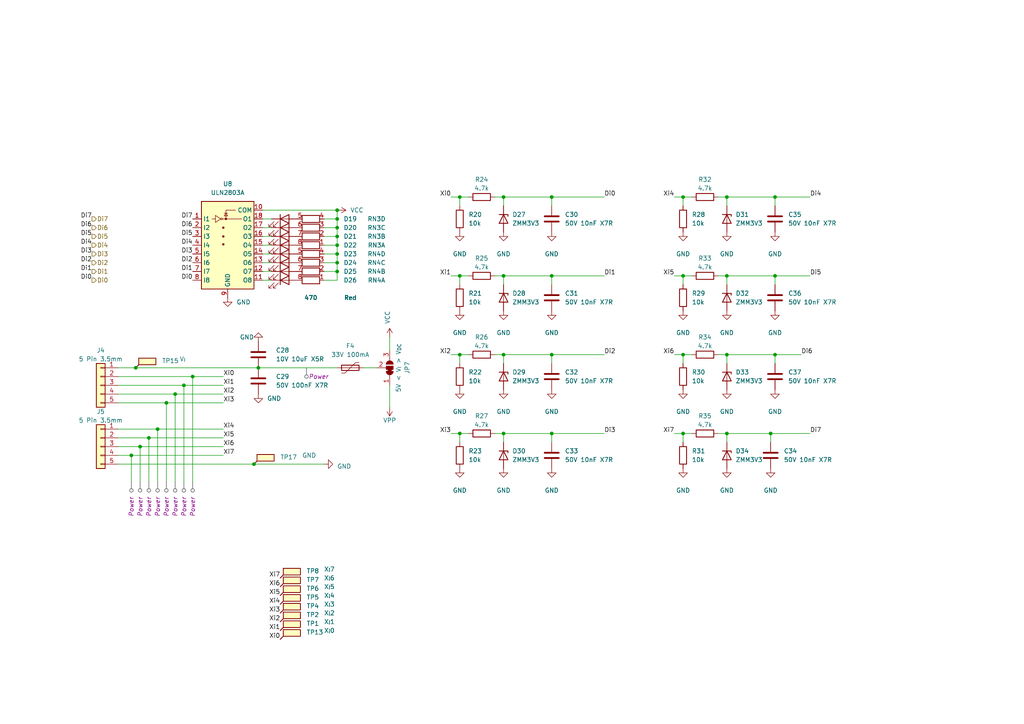
<source format=kicad_sch>
(kicad_sch (version 20230121) (generator eeschema)
  (paper "A4")
  (lib_symbols
    (symbol "Connector:TestPoint_Flag" (pin_numbers hide) (pin_names (offset 0.762) hide)
      (property "Reference" "TP" (at 3.429 1.778 0))
      (property "Value" "TestPoint_Flag" (at 3.302 4.191 0))
      (symbol "TestPoint_Flag_0_1"
        (polyline (pts (xy 0 0) (xy 0.889 0.889)) (stroke (width 0.254)))
        (rectangle (start 0.889 2.794) (end 5.842 0.889) (stroke (width 0.254)) (fill (type background)))
      )
      (symbol "TestPoint_Flag_1_1"
        (pin passive line (at 0 0 90) (length 0) (name "1") (number "1"))
      )
    )
    (symbol "Connector_Generic:Conn_01x05" (pin_names (offset 1.016) hide)
      (property "Reference" "J" (at 0 7.62 0))
      (property "Value" "Conn_01x05" (at 0 -7.62 0))
      (symbol "Conn_01x05_1_1"
        (rectangle (start -1.27 -4.953) (end 0 -5.207) (stroke (width 0.1524)))
        (rectangle (start -1.27 -2.413) (end 0 -2.667) (stroke (width 0.1524)))
        (rectangle (start -1.27 0.127) (end 0 -0.127) (stroke (width 0.1524)))
        (rectangle (start -1.27 2.667) (end 0 2.413) (stroke (width 0.1524)))
        (rectangle (start -1.27 5.207) (end 0 4.953) (stroke (width 0.1524)))
        (rectangle (start -1.27 6.35) (end 1.27 -6.35) (stroke (width 0.254)) (fill (type background)))
        (pin passive line (at -5.08 5.08 0) (length 3.81) (name "Pin_1") (number "1"))
        (pin passive line (at -5.08 2.54 0) (length 3.81) (name "Pin_2") (number "2"))
        (pin passive line (at -5.08 0 0) (length 3.81) (name "Pin_3") (number "3"))
        (pin passive line (at -5.08 -2.54 0) (length 3.81) (name "Pin_4") (number "4"))
        (pin passive line (at -5.08 -5.08 0) (length 3.81) (name "Pin_5") (number "5"))
      )
    )
    (symbol "Device:C" (pin_numbers hide) (pin_names (offset 0.254))
      (property "Reference" "C" (at 0.635 2.54 0))
      (property "Value" "C" (at 0.635 -2.54 0))
      (symbol "C_0_1"
        (polyline (pts (xy -2.032 -0.762) (xy 2.032 -0.762)) (stroke (width 0.508)))
        (polyline (pts (xy -2.032 0.762) (xy 2.032 0.762)) (stroke (width 0.508)))
      )
      (symbol "C_1_1"
        (pin passive line (at 0 3.81 270) (length 2.794) (name "~") (number "1"))
        (pin passive line (at 0 -3.81 90) (length 2.794) (name "~") (number "2"))
      )
    )
    (symbol "Device:LED" (pin_numbers hide) (pin_names (offset 1.016) hide)
      (property "Reference" "D" (at 0 2.54 0))
      (property "Value" "LED" (at 0 -2.54 0))
      (symbol "LED_0_1"
        (polyline (pts (xy -1.27 -1.27) (xy -1.27 1.27)) (stroke (width 0.254)))
        (polyline (pts (xy -1.27 0) (xy 1.27 0)))
        (polyline (pts (xy 1.27 -1.27) (xy 1.27 1.27) (xy -1.27 0) (xy 1.27 -1.27)) (stroke (width 0.254)))
        (polyline (pts (xy -3.048 -0.762) (xy -4.572 -2.286) (xy -3.81 -2.286) (xy -4.572 -2.286) (xy -4.572 -1.524)))
        (polyline (pts (xy -1.778 -0.762) (xy -3.302 -2.286) (xy -2.54 -2.286) (xy -3.302 -2.286) (xy -3.302 -1.524)))
      )
      (symbol "LED_1_1"
        (pin passive line (at -3.81 0 0) (length 2.54) (name "K") (number "1"))
        (pin passive line (at 3.81 0 180) (length 2.54) (name "A") (number "2"))
      )
    )
    (symbol "Device:Polyfuse" (pin_numbers hide) (pin_names (offset 0))
      (property "Reference" "F" (at -2.54 0 90))
      (property "Value" "Polyfuse" (at 2.54 0 90))
      (symbol "Polyfuse_0_1"
        (rectangle (start -0.762 2.54) (end 0.762 -2.54) (stroke (width 0.254)))
        (polyline (pts (xy 0 2.54) (xy 0 -2.54)))
        (polyline (pts (xy -1.524 2.54) (xy -1.524 1.524) (xy 1.524 -1.524) (xy 1.524 -2.54)))
      )
      (symbol "Polyfuse_1_1"
        (pin passive line (at 0 3.81 270) (length 1.27) (name "~") (number "1"))
        (pin passive line (at 0 -3.81 90) (length 1.27) (name "~") (number "2"))
      )
    )
    (symbol "Device:R" (pin_numbers hide) (pin_names (offset 0))
      (property "Reference" "R" (at 2.032 0 90))
      (property "Value" "R" (at 0 0 90))
      (symbol "R_0_1"
        (rectangle (start -1.016 -2.54) (end 1.016 2.54) (stroke (width 0.254)))
      )
      (symbol "R_1_1"
        (pin passive line (at 0 3.81 270) (length 1.27) (name "~") (number "1"))
        (pin passive line (at 0 -3.81 90) (length 1.27) (name "~") (number "2"))
      )
    )
    (symbol "Device:R_Pack04_Split" (pin_names (offset 0) hide)
      (property "Reference" "RN" (at 2.032 0 90))
      (property "Value" "R_Pack04_Split" (at 0 0 90))
      (symbol "R_Pack04_Split_0_1"
        (rectangle (start 1.016 2.54) (end -1.016 -2.54) (stroke (width 0.254)))
      )
      (symbol "R_Pack04_Split_1_1"
        (pin passive line (at 0 -3.81 90) (length 1.27) (name "R1.1") (number "1"))
        (pin passive line (at 0 3.81 270) (length 1.27) (name "R1.2") (number "8"))
      )
      (symbol "R_Pack04_Split_2_1"
        (pin passive line (at 0 -3.81 90) (length 1.27) (name "R2.1") (number "2"))
        (pin passive line (at 0 3.81 270) (length 1.27) (name "R2.2") (number "7"))
      )
      (symbol "R_Pack04_Split_3_1"
        (pin passive line (at 0 -3.81 90) (length 1.27) (name "R3.1") (number "3"))
        (pin passive line (at 0 3.81 270) (length 1.27) (name "R3.2") (number "6"))
      )
      (symbol "R_Pack04_Split_4_1"
        (pin passive line (at 0 -3.81 90) (length 1.27) (name "R4.1") (number "4"))
        (pin passive line (at 0 3.81 270) (length 1.27) (name "R4.2") (number "5"))
      )
    )
    (symbol "Diode:ZMMxx" (pin_numbers hide) (pin_names hide)
      (property "Reference" "D" (at 0 2.54 0))
      (property "Value" "ZMMxx" (at 0 -2.54 0))
      (symbol "ZMMxx_0_1"
        (polyline (pts (xy 1.27 0) (xy -1.27 0)))
        (polyline (pts (xy -1.27 -1.27) (xy -1.27 1.27) (xy -0.762 1.27)) (stroke (width 0.254)))
        (polyline (pts (xy 1.27 -1.27) (xy 1.27 1.27) (xy -1.27 0) (xy 1.27 -1.27)) (stroke (width 0.254)))
      )
      (symbol "ZMMxx_1_1"
        (pin passive line (at -3.81 0 0) (length 2.54) (name "K") (number "1"))
        (pin passive line (at 3.81 0 180) (length 2.54) (name "A") (number "2"))
      )
    )
    (symbol "Jumper:SolderJumper_3_Bridged12" (pin_names (offset 0) hide)
      (property "Reference" "JP" (at -2.54 -2.54 0))
      (property "Value" "SolderJumper_3_Bridged12" (at 0 2.794 0))
      (symbol "SolderJumper_3_Bridged12_0_1"
        (rectangle (start -1.016 0.508) (end -0.508 -0.508) (fill (type outline)))
        (arc (start -1.016 1.016) (mid -2.0276 0) (end -1.016 -1.016))
        (arc (start -1.016 1.016) (mid -2.0276 0) (end -1.016 -1.016) (fill (type outline)))
        (rectangle (start -0.508 1.016) (end 0.508 -1.016) (fill (type outline)))
        (polyline (pts (xy -2.54 0) (xy -2.032 0)))
        (polyline (pts (xy -1.016 1.016) (xy -1.016 -1.016)))
        (polyline (pts (xy 0 -1.27) (xy 0 -1.016)))
        (polyline (pts (xy 1.016 1.016) (xy 1.016 -1.016)))
        (polyline (pts (xy 2.54 0) (xy 2.032 0)))
        (arc (start 1.016 -1.016) (mid 2.0276 0) (end 1.016 1.016))
        (arc (start 1.016 -1.016) (mid 2.0276 0) (end 1.016 1.016) (fill (type outline)))
      )
      (symbol "SolderJumper_3_Bridged12_1_1"
        (pin passive line (at -5.08 0 0) (length 2.54) (name "A") (number "1"))
        (pin passive line (at 0 -3.81 90) (length 2.54) (name "C") (number "2"))
        (pin passive line (at 5.08 0 180) (length 2.54) (name "B") (number "3"))
      )
    )
    (symbol "Transistor_Array:ULN2803A"
      (property "Reference" "U" (at 0 13.335 0))
      (property "Value" "ULN2803A" (at 0 11.43 0))
      (symbol "ULN2803A_0_1"
        (rectangle (start -7.62 -15.24) (end 7.62 10.16) (stroke (width 0.254)) (fill (type background)))
        (circle (center -1.778 5.08) (radius 0.254))
        (circle (center -1.27 -2.286) (radius 0.254) (fill (type outline)))
        (circle (center -1.27 0) (radius 0.254) (fill (type outline)))
        (circle (center -1.27 2.54) (radius 0.254) (fill (type outline)))
        (circle (center -0.508 5.08) (radius 0.254) (fill (type outline)))
        (polyline (pts (xy -4.572 5.08) (xy -3.556 5.08)))
        (polyline (pts (xy -1.524 5.08) (xy 4.064 5.08)))
        (polyline (pts (xy 0 6.731) (xy -1.016 6.731)))
        (polyline (pts (xy -0.508 5.08) (xy -0.508 7.62) (xy 2.286 7.62)))
        (polyline (pts (xy -3.556 6.096) (xy -3.556 4.064) (xy -2.032 5.08) (xy -3.556 6.096)))
        (polyline (pts (xy 0 5.969) (xy -1.016 5.969) (xy -0.508 6.731) (xy 0 5.969)))
      )
      (symbol "ULN2803A_1_1"
        (pin input line (at -10.16 5.08 0) (length 2.54) (name "I1") (number "1"))
        (pin passive line (at 10.16 7.62 180) (length 2.54) (name "COM") (number "10"))
        (pin open_collector line (at 10.16 -12.7 180) (length 2.54) (name "O8") (number "11"))
        (pin open_collector line (at 10.16 -10.16 180) (length 2.54) (name "O7") (number "12"))
        (pin open_collector line (at 10.16 -7.62 180) (length 2.54) (name "O6") (number "13"))
        (pin open_collector line (at 10.16 -5.08 180) (length 2.54) (name "O5") (number "14"))
        (pin open_collector line (at 10.16 -2.54 180) (length 2.54) (name "O4") (number "15"))
        (pin open_collector line (at 10.16 0 180) (length 2.54) (name "O3") (number "16"))
        (pin open_collector line (at 10.16 2.54 180) (length 2.54) (name "O2") (number "17"))
        (pin open_collector line (at 10.16 5.08 180) (length 2.54) (name "O1") (number "18"))
        (pin input line (at -10.16 2.54 0) (length 2.54) (name "I2") (number "2"))
        (pin input line (at -10.16 0 0) (length 2.54) (name "I3") (number "3"))
        (pin input line (at -10.16 -2.54 0) (length 2.54) (name "I4") (number "4"))
        (pin input line (at -10.16 -5.08 0) (length 2.54) (name "I5") (number "5"))
        (pin input line (at -10.16 -7.62 0) (length 2.54) (name "I6") (number "6"))
        (pin input line (at -10.16 -10.16 0) (length 2.54) (name "I7") (number "7"))
        (pin input line (at -10.16 -12.7 0) (length 2.54) (name "I8") (number "8"))
        (pin power_in line (at 0 -17.78 90) (length 2.54) (name "GND") (number "9"))
      )
    )
    (symbol "power:GND" (power) (pin_names (offset 0))
      (property "Value" "GND" (at 0 -3.81 0))
      (symbol "GND_0_1"
        (polyline (pts (xy 0 0) (xy 0 -1.27) (xy 1.27 -1.27) (xy 0 -2.54) (xy -1.27 -1.27) (xy 0 -1.27)))
      )
      (symbol "GND_1_1"
        (pin power_in line (at 0 0 270) (length 0) hide (name "GND") (number "1"))
      )
    )
    (symbol "power:VCC" (power) (pin_names (offset 0))
      (property "Value" "VCC" (at 0 3.81 0))
      (symbol "VCC_0_1"
        (polyline (pts (xy -0.762 1.27) (xy 0 2.54)))
        (polyline (pts (xy 0 0) (xy 0 2.54)))
        (polyline (pts (xy 0 2.54) (xy 0.762 1.27)))
      )
      (symbol "VCC_1_1"
        (pin power_in line (at 0 0 90) (length 0) hide (name "VCC") (number "1"))
      )
    )
    (symbol "power:VPP" (power) (pin_names (offset 0))
      (property "Value" "VPP" (at 0 3.81 0))
      (symbol "VPP_0_1"
        (polyline (pts (xy -0.762 1.27) (xy 0 2.54)))
        (polyline (pts (xy 0 0) (xy 0 2.54)))
        (polyline (pts (xy 0 2.54) (xy 0.762 1.27)))
      )
      (symbol "VPP_1_1"
        (pin power_in line (at 0 0 90) (length 0) hide (name "VPP") (number "1"))
      )
    )
  )
  (junction (at 73.66 134.62))
  (junction (at 160.02 125.73))
  (junction (at 55.88 109.22))
  (junction (at 97.79 60.96))
  (junction (at 50.8 114.3))
  (junction (at 40.64 129.54))
  (junction (at 133.35 102.87))
  (junction (at 53.34 111.76))
  (junction (at 223.52 125.73))
  (junction (at 97.79 78.74))
  (junction (at 133.35 57.15))
  (junction (at 97.79 71.12))
  (junction (at 210.82 125.73))
  (junction (at 224.79 102.87))
  (junction (at 210.82 57.15))
  (junction (at 97.79 68.58))
  (junction (at 146.05 102.87))
  (junction (at 43.18 127))
  (junction (at 160.02 57.15))
  (junction (at 97.79 66.04))
  (junction (at 38.1 132.08))
  (junction (at 97.79 63.5))
  (junction (at 160.02 80.01))
  (junction (at 146.05 57.15))
  (junction (at 48.26 116.84))
  (junction (at 198.12 80.01))
  (junction (at 133.35 125.73))
  (junction (at 45.72 124.46))
  (junction (at 97.79 73.66))
  (junction (at 74.93 106.68))
  (junction (at 146.05 125.73))
  (junction (at 198.12 102.87))
  (junction (at 97.79 76.2))
  (junction (at 224.79 57.15))
  (junction (at 198.12 125.73))
  (junction (at 160.02 102.87))
  (junction (at 210.82 80.01))
  (junction (at 198.12 57.15))
  (junction (at 224.79 80.01))
  (junction (at 39.37 106.68))
  (junction (at 133.35 80.01))
  (junction (at 210.82 102.87))
  (junction (at 146.05 80.01))
  (wire (pts (xy 97.79 68.58) (xy 97.79 71.12)))
  (wire (pts (xy 34.29 129.54) (xy 40.64 129.54)))
  (wire (pts (xy 97.79 73.66) (xy 93.98 73.66)))
  (wire (pts (xy 200.66 102.87) (xy 198.12 102.87)))
  (wire (pts (xy 133.35 102.87) (xy 133.35 105.41)))
  (wire (pts (xy 97.79 68.58) (xy 93.98 68.58)))
  (wire (pts (xy 160.02 57.15) (xy 175.26 57.15)))
  (wire (pts (xy 198.12 80.01) (xy 195.58 80.01)))
  (wire (pts (xy 208.28 80.01) (xy 210.82 80.01)))
  (wire (pts (xy 74.93 106.68) (xy 97.79 106.68)))
  (wire (pts (xy 39.37 106.68) (xy 34.29 106.68)))
  (wire (pts (xy 109.22 106.68) (xy 105.41 106.68)))
  (wire (pts (xy 198.12 102.87) (xy 195.58 102.87)))
  (wire (pts (xy 50.8 114.3) (xy 50.8 139.7)))
  (wire (pts (xy 160.02 59.69) (xy 160.02 57.15)))
  (wire (pts (xy 78.74 63.5) (xy 76.2 63.5)))
  (wire (pts (xy 146.05 102.87) (xy 160.02 102.87)))
  (wire (pts (xy 224.79 102.87) (xy 232.41 102.87)))
  (wire (pts (xy 224.79 82.55) (xy 224.79 80.01)))
  (wire (pts (xy 210.82 125.73) (xy 223.52 125.73)))
  (wire (pts (xy 146.05 102.87) (xy 146.05 105.41)))
  (wire (pts (xy 76.2 60.96) (xy 97.79 60.96)))
  (wire (pts (xy 45.72 124.46) (xy 45.72 139.7)))
  (wire (pts (xy 113.03 118.11) (xy 113.03 111.76)))
  (wire (pts (xy 200.66 57.15) (xy 198.12 57.15)))
  (wire (pts (xy 97.79 76.2) (xy 93.98 76.2)))
  (wire (pts (xy 160.02 128.27) (xy 160.02 125.73)))
  (wire (pts (xy 208.28 125.73) (xy 210.82 125.73)))
  (wire (pts (xy 43.18 127) (xy 64.77 127)))
  (wire (pts (xy 160.02 125.73) (xy 175.26 125.73)))
  (wire (pts (xy 210.82 80.01) (xy 210.82 82.55)))
  (wire (pts (xy 34.29 132.08) (xy 38.1 132.08)))
  (wire (pts (xy 208.28 102.87) (xy 210.82 102.87)))
  (wire (pts (xy 135.89 57.15) (xy 133.35 57.15)))
  (wire (pts (xy 198.12 102.87) (xy 198.12 105.41)))
  (wire (pts (xy 97.79 60.96) (xy 97.79 63.5)))
  (wire (pts (xy 78.74 73.66) (xy 76.2 73.66)))
  (wire (pts (xy 40.64 129.54) (xy 64.77 129.54)))
  (wire (pts (xy 210.82 102.87) (xy 224.79 102.87)))
  (wire (pts (xy 38.1 132.08) (xy 64.77 132.08)))
  (wire (pts (xy 53.34 111.76) (xy 64.77 111.76)))
  (wire (pts (xy 224.79 80.01) (xy 234.95 80.01)))
  (wire (pts (xy 146.05 57.15) (xy 146.05 59.69)))
  (wire (pts (xy 200.66 80.01) (xy 198.12 80.01)))
  (wire (pts (xy 198.12 125.73) (xy 198.12 128.27)))
  (wire (pts (xy 97.79 71.12) (xy 93.98 71.12)))
  (wire (pts (xy 160.02 105.41) (xy 160.02 102.87)))
  (wire (pts (xy 55.88 109.22) (xy 55.88 139.7)))
  (wire (pts (xy 34.29 124.46) (xy 45.72 124.46)))
  (wire (pts (xy 198.12 57.15) (xy 198.12 59.69)))
  (wire (pts (xy 223.52 125.73) (xy 234.95 125.73)))
  (wire (pts (xy 133.35 80.01) (xy 130.81 80.01)))
  (wire (pts (xy 34.29 127) (xy 43.18 127)))
  (wire (pts (xy 160.02 80.01) (xy 175.26 80.01)))
  (wire (pts (xy 97.79 71.12) (xy 97.79 73.66)))
  (wire (pts (xy 224.79 105.41) (xy 224.79 102.87)))
  (wire (pts (xy 133.35 57.15) (xy 133.35 59.69)))
  (wire (pts (xy 146.05 57.15) (xy 160.02 57.15)))
  (wire (pts (xy 210.82 57.15) (xy 224.79 57.15)))
  (wire (pts (xy 143.51 102.87) (xy 146.05 102.87)))
  (wire (pts (xy 133.35 102.87) (xy 130.81 102.87)))
  (wire (pts (xy 74.93 106.68) (xy 39.37 106.68)))
  (wire (pts (xy 38.1 132.08) (xy 38.1 139.7)))
  (wire (pts (xy 210.82 80.01) (xy 224.79 80.01)))
  (wire (pts (xy 97.79 73.66) (xy 97.79 76.2)))
  (wire (pts (xy 97.79 63.5) (xy 93.98 63.5)))
  (wire (pts (xy 43.18 127) (xy 43.18 139.7)))
  (wire (pts (xy 198.12 80.01) (xy 198.12 82.55)))
  (wire (pts (xy 135.89 125.73) (xy 133.35 125.73)))
  (wire (pts (xy 143.51 57.15) (xy 146.05 57.15)))
  (wire (pts (xy 34.29 111.76) (xy 53.34 111.76)))
  (wire (pts (xy 210.82 102.87) (xy 210.82 105.41)))
  (wire (pts (xy 40.64 129.54) (xy 40.64 139.7)))
  (wire (pts (xy 34.29 114.3) (xy 50.8 114.3)))
  (wire (pts (xy 34.29 134.62) (xy 73.66 134.62)))
  (wire (pts (xy 78.74 76.2) (xy 76.2 76.2)))
  (wire (pts (xy 133.35 125.73) (xy 130.81 125.73)))
  (wire (pts (xy 133.35 80.01) (xy 133.35 82.55)))
  (wire (pts (xy 135.89 102.87) (xy 133.35 102.87)))
  (wire (pts (xy 133.35 125.73) (xy 133.35 128.27)))
  (wire (pts (xy 224.79 59.69) (xy 224.79 57.15)))
  (wire (pts (xy 143.51 80.01) (xy 146.05 80.01)))
  (wire (pts (xy 97.79 66.04) (xy 93.98 66.04)))
  (wire (pts (xy 223.52 128.27) (xy 223.52 125.73)))
  (wire (pts (xy 135.89 80.01) (xy 133.35 80.01)))
  (wire (pts (xy 146.05 80.01) (xy 160.02 80.01)))
  (wire (pts (xy 78.74 81.28) (xy 76.2 81.28)))
  (wire (pts (xy 53.34 111.76) (xy 53.34 139.7)))
  (wire (pts (xy 146.05 80.01) (xy 146.05 82.55)))
  (wire (pts (xy 97.79 78.74) (xy 93.98 78.74)))
  (wire (pts (xy 160.02 102.87) (xy 175.26 102.87)))
  (wire (pts (xy 198.12 125.73) (xy 195.58 125.73)))
  (wire (pts (xy 73.66 134.62) (xy 93.98 134.62)))
  (wire (pts (xy 78.74 78.74) (xy 76.2 78.74)))
  (wire (pts (xy 78.74 68.58) (xy 76.2 68.58)))
  (wire (pts (xy 210.82 57.15) (xy 210.82 59.69)))
  (wire (pts (xy 133.35 57.15) (xy 130.81 57.15)))
  (wire (pts (xy 97.79 63.5) (xy 97.79 66.04)))
  (wire (pts (xy 34.29 116.84) (xy 48.26 116.84)))
  (wire (pts (xy 97.79 76.2) (xy 97.79 78.74)))
  (wire (pts (xy 78.74 66.04) (xy 76.2 66.04)))
  (wire (pts (xy 48.26 116.84) (xy 48.26 139.7)))
  (wire (pts (xy 146.05 125.73) (xy 160.02 125.73)))
  (wire (pts (xy 97.79 66.04) (xy 97.79 68.58)))
  (wire (pts (xy 113.03 97.79) (xy 113.03 101.6)))
  (wire (pts (xy 198.12 57.15) (xy 195.58 57.15)))
  (wire (pts (xy 50.8 114.3) (xy 64.77 114.3)))
  (wire (pts (xy 78.74 71.12) (xy 76.2 71.12)))
  (wire (pts (xy 34.29 109.22) (xy 55.88 109.22)))
  (wire (pts (xy 143.51 125.73) (xy 146.05 125.73)))
  (wire (pts (xy 208.28 57.15) (xy 210.82 57.15)))
  (wire (pts (xy 97.79 78.74) (xy 97.79 81.28)))
  (wire (pts (xy 200.66 125.73) (xy 198.12 125.73)))
  (wire (pts (xy 97.79 81.28) (xy 93.98 81.28)))
  (wire (pts (xy 45.72 124.46) (xy 64.77 124.46)))
  (wire (pts (xy 160.02 82.55) (xy 160.02 80.01)))
  (wire (pts (xy 210.82 125.73) (xy 210.82 128.27)))
  (wire (pts (xy 48.26 116.84) (xy 64.77 116.84)))
  (wire (pts (xy 224.79 57.15) (xy 234.95 57.15)))
  (wire (pts (xy 55.88 109.22) (xy 64.77 109.22)))
  (wire (pts (xy 146.05 125.73) (xy 146.05 128.27)))
  (label "Di4" (at 55.88 71.12 180))
  (label "Di5" (at 234.95 80.01 0))
  (label "Xi6" (at 81.28 170.18 180))
  (label "Di6" (at 232.41 102.87 0))
  (label "Di0" (at 175.26 57.15 0))
  (label "Xi2" (at 81.28 180.34 180))
  (label "Xi3" (at 81.28 177.8 180))
  (label "Xi4" (at 195.58 57.15 180))
  (label "Di4" (at 26.67 71.12 180))
  (label "Xi1" (at 64.77 111.76 0))
  (label "Xi7" (at 81.28 167.64 180))
  (label "Di6" (at 26.67 66.04 180))
  (label "Xi2" (at 130.81 102.87 180))
  (label "Di5" (at 26.67 68.58 180))
  (label "Di3" (at 55.88 73.66 180))
  (label "Xi0" (at 81.28 185.42 180))
  (label "Di2" (at 55.88 76.2 180))
  (label "Di7" (at 55.88 63.5 180))
  (label "Xi1" (at 81.28 182.88 180))
  (label "Di2" (at 26.67 76.2 180))
  (label "Xi6" (at 195.58 102.87 180))
  (label "Xi7" (at 64.77 132.08 0))
  (label "Di7" (at 234.95 125.73 0))
  (label "Di0" (at 55.88 81.28 180))
  (label "Xi3" (at 64.77 116.84 0))
  (label "Xi7" (at 195.58 125.73 180))
  (label "Di2" (at 175.26 102.87 0))
  (label "Xi3" (at 130.81 125.73 180))
  (label "Xi5" (at 81.28 172.72 180))
  (label "Xi4" (at 64.77 124.46 0))
  (label "Xi0" (at 64.77 109.22 0))
  (label "Di7" (at 26.67 63.5 180))
  (label "Di1" (at 55.88 78.74 180))
  (label "Di6" (at 55.88 66.04 180))
  (label "Xi5" (at 64.77 127 0))
  (label "Xi2" (at 64.77 114.3 0))
  (label "Di0" (at 26.67 81.28 180))
  (label "Di1" (at 26.67 78.74 180))
  (label "Di3" (at 175.26 125.73 0))
  (label "Di1" (at 175.26 80.01 0))
  (label "Di4" (at 234.95 57.15 0))
  (label "Di5" (at 55.88 68.58 180))
  (label "Di3" (at 26.67 73.66 180))
  (label "Xi1" (at 130.81 80.01 180))
  (label "Xi5" (at 195.58 80.01 180))
  (label "Xi0" (at 130.81 57.15 180))
  (label "Xi6" (at 64.77 129.54 0))
  (label "Xi4" (at 81.28 175.26 180))
  (hierarchical_label "Di7" (shape output) (at 26.67 63.5 0))
  (hierarchical_label "Di4" (shape output) (at 26.67 71.12 0))
  (hierarchical_label "Di0" (shape output) (at 26.67 81.28 0))
  (hierarchical_label "Di1" (shape output) (at 26.67 78.74 0))
  (hierarchical_label "Di2" (shape output) (at 26.67 76.2 0))
  (hierarchical_label "Di6" (shape output) (at 26.67 66.04 0))
  (hierarchical_label "Di5" (shape output) (at 26.67 68.58 0))
  (hierarchical_label "Di3" (shape output) (at 26.67 73.66 0))
  (netclass_flag "" (length 2.54) (shape round) (at 88.9 106.68 180) (property "Netclass" "Power" (at 89.5096 109.22 0) (effects (font italic) (justify left))))
  (netclass_flag "" (length 2.54) (shape round) (at 43.18 139.7 180) (property "Netclass" "Power" (at 43.18 149.86 90) (effects (font italic) (justify left))))
  (netclass_flag "" (length 2.54) (shape round) (at 45.72 139.7 180) (property "Netclass" "Power" (at 45.72 149.86 90) (effects (font italic) (justify left))))
  (netclass_flag "" (length 2.54) (shape round) (at 38.1 139.7 180) (property "Netclass" "Power" (at 38.1 149.86 90) (effects (font italic) (justify left))))
  (netclass_flag "" (length 2.54) (shape round) (at 48.26 139.7 180) (property "Netclass" "Power" (at 48.26 149.86 90) (effects (font italic) (justify left))))
  (netclass_flag "" (length 2.54) (shape round) (at 55.88 139.7 180) (property "Netclass" "Power" (at 55.88 149.86 90) (effects (font italic) (justify left))))
  (netclass_flag "" (length 2.54) (shape round) (at 53.34 139.7 180) (property "Netclass" "Power" (at 53.34 149.86 90) (effects (font italic) (justify left))))
  (netclass_flag "" (length 2.54) (shape round) (at 50.8 139.7 180) (property "Netclass" "Power" (at 50.8 149.86 90) (effects (font italic) (justify left))))
  (netclass_flag "" (length 2.54) (shape round) (at 40.64 139.7 180) (property "Netclass" "Power" (at 40.64 149.86 90) (effects (font italic) (justify left))))
  (symbol (lib_id "Device:R_Pack04_Split") (at 90.17 66.04 90) (mirror x) (unit 3)
    (property "Reference" "RN3" (at 109.22 66.04 90))
    (property "Value" "470" (at 90.17 86.36 90))
    (property "Footprint" "Resistor_SMD:R_Array_Convex_4x0603" (effects hide))
    (property "LCSC" "C25510" (effects hide))
    (property "JLCPCB Rotation Offset" "90" (effects hide))
  )
  (symbol (lib_id "Device:R") (at 139.7 125.73 270) (unit 1)
    (property "Reference" "R27" (at 139.7 120.65 90))
    (property "Value" "4.7k" (at 139.7 123.19 90))
    (property "Footprint" "Resistor_SMD:R_1206_3216Metric" (effects hide))
    (property "LCSC" "C17936" (effects hide))
  )
  (symbol (lib_id "Device:R") (at 198.12 86.36 0) (unit 1)
    (property "Reference" "R29" (at 200.66 85.0899 0) (effects (justify left)))
    (property "Value" "10k" (at 200.66 87.6299 0) (effects (justify left)))
    (property "Footprint" "Resistor_SMD:R_0603_1608Metric" (effects hide))
    (property "LCSC" "C25804" (effects hide))
  )
  (symbol (lib_id "Diode:ZMMxx") (at 210.82 86.36 270) (unit 1)
    (property "Reference" "D32" (at 213.36 85.0899 90) (effects (justify left)))
    (property "Value" "ZMM3V3" (at 213.36 87.6299 90) (effects (justify left)))
    (property "Footprint" "Diode_SMD:D_MiniMELF" (effects hide))
    (property "Datasheet" "https://diotec.com/tl_files/diotec/files/pdf/datasheets/zmm1.pdf" (effects hide))
    (property "LCSC" "C8056" (effects hide))
  )
  (symbol (lib_id "Device:R") (at 133.35 63.5 0) (unit 1)
    (property "Reference" "R20" (at 135.89 62.2299 0) (effects (justify left)))
    (property "Value" "10k" (at 135.89 64.7699 0) (effects (justify left)))
    (property "Footprint" "Resistor_SMD:R_0603_1608Metric" (effects hide))
    (property "LCSC" "C25804" (effects hide))
  )
  (symbol (lib_id "Device:LED") (at 82.55 66.04 0) (unit 1)
    (property "Reference" "D20" (at 101.6 66.04 0))
    (property "Value" "Red" (at 101.6 86.36 0))
    (property "Footprint" "LED_SMD:LED_0603_1608Metric" (effects hide))
    (property "LCSC" "C2286" (effects hide))
  )
  (symbol (lib_id "Device:C") (at 160.02 132.08 0) (unit 1)
    (property "Reference" "C33" (at 163.83 130.8099 0) (effects (justify left)))
    (property "Value" "50V 10nF X7R" (at 163.83 133.3499 0) (effects (justify left)))
    (property "Footprint" "Capacitor_SMD:C_0603_1608Metric" (effects hide))
    (property "LCSC" "C57112" (effects hide))
  )
  (symbol (lib_id "power:GND") (at 66.04 86.36 0) (mirror y) (unit 1)
    (property "Reference" "#PWR092" (effects hide))
    (property "Value" "GND" (at 68.58 87.6299 0) (effects (justify right)))
  )
  (symbol (lib_id "power:GND") (at 146.05 67.31 0) (mirror y) (unit 1)
    (property "Reference" "#PWR0102" (effects hide))
    (property "Value" "GND" (at 146.05 73.66 0))
  )
  (symbol (lib_id "power:GND") (at 74.93 114.3 0) (mirror y) (unit 1)
    (property "Reference" "#PWR094" (effects hide))
    (property "Value" "GND" (at 77.47 115.5699 0) (effects (justify right)))
  )
  (symbol (lib_id "power:GND") (at 210.82 135.89 0) (mirror y) (unit 1)
    (property "Reference" "#PWR0117" (effects hide))
    (property "Value" "GND" (at 210.82 142.24 0))
  )
  (symbol (lib_id "Device:LED") (at 82.55 81.28 0) (unit 1)
    (property "Reference" "D26" (at 101.6 81.28 0))
    (property "Value" "Red" (at 101.6 86.36 0))
    (property "Footprint" "LED_SMD:LED_0603_1608Metric" (effects hide))
    (property "LCSC" "C2286" (effects hide))
  )
  (symbol (lib_id "Connector:TestPoint_Flag") (at 73.66 134.62 0) (unit 1)
    (property "Reference" "TP17" (at 81.28 132.588 0) (effects (justify left)))
    (property "Value" "GND" (at 87.63 132.08 0) (effects (justify left)))
    (property "Footprint" "TestPoint:TestPoint_Pad_1.0x1.0mm" (effects hide))
    (instances (project "PiPico_OpenPLC" (path "" (reference "TP17") (unit 1)) (path "" (reference "TP27") (unit 1))))
  )
  (symbol (lib_id "Connector:TestPoint_Flag") (at 81.28 167.64 0) (unit 1)
    (property "Reference" "TP8" (at 88.9 165.608 0) (effects (justify left)))
    (property "Value" "X_{i}7" (at 93.98 165.1 0) (effects (justify left)))
    (property "Footprint" "TestPoint:TestPoint_Pad_1.0x1.0mm" (effects hide))
    (instances (project "PiPico_OpenPLC" (path "" (reference "TP8") (unit 1)) (path "" (reference "TP32") (unit 1))))
  )
  (symbol (lib_id "Device:C") (at 74.93 110.49 0) (unit 1)
    (property "Reference" "C29" (at 80.01 109.2199 0) (effects (justify left)))
    (property "Value" "50V 100nF X7R" (at 80.01 111.7599 0) (effects (justify left)))
    (property "Footprint" "Capacitor_SMD:C_0603_1608Metric" (effects hide))
    (property "LCSC" "C14663" (effects hide))
  )
  (symbol (lib_id "power:GND") (at 160.02 113.03 0) (mirror y) (unit 1)
    (property "Reference" "#PWR0108" (effects hide))
    (property "Value" "GND" (at 160.02 119.38 0))
  )
  (symbol (lib_id "power:GND") (at 160.02 90.17 0) (mirror y) (unit 1)
    (property "Reference" "#PWR0107" (effects hide))
    (property "Value" "GND" (at 160.02 96.52 0))
  )
  (symbol (lib_id "Device:LED") (at 82.55 63.5 0) (unit 1)
    (property "Reference" "D19" (at 101.6 63.5 0))
    (property "Value" "Red" (at 101.6 86.36 0))
    (property "Footprint" "LED_SMD:LED_0603_1608Metric" (effects hide))
    (property "LCSC" "C2286" (effects hide))
  )
  (symbol (lib_id "power:VCC") (at 97.79 60.96 270) (unit 1)
    (property "Reference" "#PWR096" (effects hide))
    (property "Value" "VCC" (at 101.6 60.9599 90) (effects (justify left)))
  )
  (symbol (lib_id "Device:LED") (at 82.55 73.66 0) (unit 1)
    (property "Reference" "D23" (at 101.6 73.66 0))
    (property "Value" "Red" (at 101.6 86.36 0))
    (property "Footprint" "LED_SMD:LED_0603_1608Metric" (effects hide))
    (property "LCSC" "C2286" (effects hide))
  )
  (symbol (lib_id "Connector:TestPoint_Flag") (at 81.28 180.34 0) (unit 1)
    (property "Reference" "TP2" (at 88.9 178.308 0) (effects (justify left)))
    (property "Value" "X_{i}2" (at 93.98 177.8 0) (effects (justify left)))
    (property "Footprint" "TestPoint:TestPoint_Pad_1.0x1.0mm" (effects hide))
    (instances (project "PiPico_OpenPLC" (path "" (reference "TP2") (unit 1)) (path "" (reference "TP37") (unit 1))))
  )
  (symbol (lib_id "power:GND") (at 210.82 67.31 0) (mirror y) (unit 1)
    (property "Reference" "#PWR0114" (effects hide))
    (property "Value" "GND" (at 210.82 73.66 0))
  )
  (symbol (lib_id "Device:R") (at 139.7 102.87 270) (unit 1)
    (property "Reference" "R26" (at 139.7 97.79 90))
    (property "Value" "4.7k" (at 139.7 100.33 90))
    (property "Footprint" "Resistor_SMD:R_1206_3216Metric" (effects hide))
    (property "LCSC" "C17936" (effects hide))
  )
  (symbol (lib_id "Device:C") (at 160.02 109.22 0) (unit 1)
    (property "Reference" "C32" (at 163.83 107.9499 0) (effects (justify left)))
    (property "Value" "50V 10nF X7R" (at 163.83 110.4899 0) (effects (justify left)))
    (property "Footprint" "Capacitor_SMD:C_0603_1608Metric" (effects hide))
    (property "LCSC" "C57112" (effects hide))
  )
  (symbol (lib_id "Device:R") (at 198.12 132.08 0) (unit 1)
    (property "Reference" "R31" (at 200.66 130.8099 0) (effects (justify left)))
    (property "Value" "10k" (at 200.66 133.3499 0) (effects (justify left)))
    (property "Footprint" "Resistor_SMD:R_0603_1608Metric" (effects hide))
    (property "LCSC" "C25804" (effects hide))
  )
  (symbol (lib_id "power:GND") (at 198.12 135.89 0) (mirror y) (unit 1)
    (property "Reference" "#PWR0113" (effects hide))
    (property "Value" "GND" (at 198.12 142.24 0))
  )
  (symbol (lib_id "power:GND") (at 224.79 113.03 0) (mirror y) (unit 1)
    (property "Reference" "#PWR0121" (effects hide))
    (property "Value" "GND" (at 224.79 119.38 0))
  )
  (symbol (lib_id "Device:R") (at 198.12 109.22 0) (unit 1)
    (property "Reference" "R30" (at 200.66 107.9499 0) (effects (justify left)))
    (property "Value" "10k" (at 200.66 110.4899 0) (effects (justify left)))
    (property "Footprint" "Resistor_SMD:R_0603_1608Metric" (effects hide))
    (property "LCSC" "C25804" (effects hide))
  )
  (symbol (lib_id "power:GND") (at 146.05 135.89 0) (mirror y) (unit 1)
    (property "Reference" "#PWR0105" (effects hide))
    (property "Value" "GND" (at 146.05 142.24 0))
  )
  (symbol (lib_id "Device:R") (at 204.47 125.73 270) (unit 1)
    (property "Reference" "R35" (at 204.47 120.65 90))
    (property "Value" "4.7k" (at 204.47 123.19 90))
    (property "Footprint" "Resistor_SMD:R_1206_3216Metric" (effects hide))
    (property "LCSC" "C17936" (effects hide))
  )
  (symbol (lib_id "power:VCC") (at 113.03 97.79 0) (unit 1)
    (property "Reference" "#PWR0163" (effects hide))
    (property "Value" "VCC" (at 112.395 93.98 90) (effects (justify left)))
    (instances (project "PiPico_OpenPLC" (path "" (reference "#PWR0163") (unit 1)) (path "" (reference "#PWR0174") (unit 1)) (path "" (reference "#PWR0198") (unit 1))))
  )
  (symbol (lib_id "Device:R_Pack04_Split") (at 90.17 81.28 90) (mirror x) (unit 1)
    (property "Reference" "RN4" (at 109.22 81.28 90))
    (property "Value" "470" (at 90.17 86.36 90))
    (property "Footprint" "Resistor_SMD:R_Array_Convex_4x0603" (effects hide))
    (property "LCSC" "C25510" (effects hide))
    (property "JLCPCB Rotation Offset" "90" (effects hide))
  )
  (symbol (lib_id "Device:R") (at 133.35 132.08 0) (unit 1)
    (property "Reference" "R23" (at 135.89 130.8099 0) (effects (justify left)))
    (property "Value" "10k" (at 135.89 133.3499 0) (effects (justify left)))
    (property "Footprint" "Resistor_SMD:R_0603_1608Metric" (effects hide))
    (property "LCSC" "C25804" (effects hide))
  )
  (symbol (lib_id "Diode:ZMMxx") (at 210.82 63.5 270) (unit 1)
    (property "Reference" "D31" (at 213.36 62.2299 90) (effects (justify left)))
    (property "Value" "ZMM3V3" (at 213.36 64.7699 90) (effects (justify left)))
    (property "Footprint" "Diode_SMD:D_MiniMELF" (effects hide))
    (property "Datasheet" "https://diotec.com/tl_files/diotec/files/pdf/datasheets/zmm1.pdf" (effects hide))
    (property "LCSC" "C8056" (effects hide))
  )
  (symbol (lib_id "power:GND") (at 224.79 67.31 0) (mirror y) (unit 1)
    (property "Reference" "#PWR0119" (effects hide))
    (property "Value" "GND" (at 224.79 73.66 0))
  )
  (symbol (lib_id "Device:C") (at 74.93 102.87 0) (unit 1)
    (property "Reference" "C28" (at 80.01 101.5999 0) (effects (justify left)))
    (property "Value" "10V 10uF X5R" (at 80.01 104.1399 0) (effects (justify left)))
    (property "Footprint" "Capacitor_SMD:C_0603_1608Metric" (effects hide))
    (property "LCSC" "C19702" (effects hide))
  )
  (symbol (lib_id "Device:R") (at 133.35 86.36 0) (unit 1)
    (property "Reference" "R21" (at 135.89 85.0899 0) (effects (justify left)))
    (property "Value" "10k" (at 135.89 87.6299 0) (effects (justify left)))
    (property "Footprint" "Resistor_SMD:R_0603_1608Metric" (effects hide))
    (property "LCSC" "C25804" (effects hide))
  )
  (symbol (lib_id "Diode:ZMMxx") (at 146.05 86.36 270) (unit 1)
    (property "Reference" "D28" (at 148.59 85.0899 90) (effects (justify left)))
    (property "Value" "ZMM3V3" (at 148.59 87.6299 90) (effects (justify left)))
    (property "Footprint" "Diode_SMD:D_MiniMELF" (effects hide))
    (property "Datasheet" "https://diotec.com/tl_files/diotec/files/pdf/datasheets/zmm1.pdf" (effects hide))
    (property "LCSC" "C8056" (effects hide))
  )
  (symbol (lib_id "power:GND") (at 224.79 90.17 0) (mirror y) (unit 1)
    (property "Reference" "#PWR0120" (effects hide))
    (property "Value" "GND" (at 224.79 96.52 0))
  )
  (symbol (lib_id "Device:C") (at 160.02 63.5 0) (unit 1)
    (property "Reference" "C30" (at 163.83 62.2299 0) (effects (justify left)))
    (property "Value" "50V 10nF X7R" (at 163.83 64.7699 0) (effects (justify left)))
    (property "Footprint" "Capacitor_SMD:C_0603_1608Metric" (effects hide))
    (property "LCSC" "C57112" (effects hide))
  )
  (symbol (lib_id "power:GND") (at 93.98 134.62 90) (mirror x) (unit 1)
    (property "Reference" "#PWR095" (effects hide))
    (property "Value" "GND" (at 97.79 135.255 90) (effects (justify right)))
  )
  (symbol (lib_id "Transistor_Array:ULN2803A") (at 66.04 68.58 0) (unit 1)
    (property "Reference" "U8" (at 66.04 53.34 0))
    (property "Value" "ULN2803A" (at 66.04 55.88 0))
    (property "Footprint" "Package_SO:SOIC-18W_7.5x11.6mm_P1.27mm" (effects hide))
    (property "Datasheet" "http://www.ti.com/lit/ds/symlink/uln2803a.pdf" (effects hide))
    (property "LCSC" "C845537" (effects hide))
    (property "JLCPCB Rotation Offset" "-90" (effects hide))
  )
  (symbol (lib_id "power:GND") (at 133.35 135.89 0) (mirror y) (unit 1)
    (property "Reference" "#PWR0101" (effects hide))
    (property "Value" "GND" (at 133.35 142.24 0))
  )
  (symbol (lib_id "power:GND") (at 210.82 113.03 0) (mirror y) (unit 1)
    (property "Reference" "#PWR0116" (effects hide))
    (property "Value" "GND" (at 210.82 119.38 0))
  )
  (symbol (lib_id "Connector:TestPoint_Flag") (at 81.28 170.18 0) (unit 1)
    (property "Reference" "TP7" (at 88.9 168.148 0) (effects (justify left)))
    (property "Value" "X_{i}6" (at 93.98 167.64 0) (effects (justify left)))
    (property "Footprint" "TestPoint:TestPoint_Pad_1.0x1.0mm" (effects hide))
    (instances (project "PiPico_OpenPLC" (path "" (reference "TP7") (unit 1)) (path "" (reference "TP33") (unit 1))))
  )
  (symbol (lib_id "Diode:ZMMxx") (at 210.82 132.08 270) (unit 1)
    (property "Reference" "D34" (at 213.36 130.8099 90) (effects (justify left)))
    (property "Value" "ZMM3V3" (at 213.36 133.3499 90) (effects (justify left)))
    (property "Footprint" "Diode_SMD:D_MiniMELF" (effects hide))
    (property "Datasheet" "https://diotec.com/tl_files/diotec/files/pdf/datasheets/zmm1.pdf" (effects hide))
    (property "LCSC" "C8056" (effects hide))
  )
  (symbol (lib_id "power:GND") (at 133.35 113.03 0) (mirror y) (unit 1)
    (property "Reference" "#PWR0100" (effects hide))
    (property "Value" "GND" (at 133.35 119.38 0))
  )
  (symbol (lib_id "power:GND") (at 198.12 113.03 0) (mirror y) (unit 1)
    (property "Reference" "#PWR0112" (effects hide))
    (property "Value" "GND" (at 198.12 119.38 0))
  )
  (symbol (lib_id "Device:R") (at 198.12 63.5 0) (unit 1)
    (property "Reference" "R28" (at 200.66 62.2299 0) (effects (justify left)))
    (property "Value" "10k" (at 200.66 64.7699 0) (effects (justify left)))
    (property "Footprint" "Resistor_SMD:R_0603_1608Metric" (effects hide))
    (property "LCSC" "C25804" (effects hide))
  )
  (symbol (lib_id "Device:C") (at 224.79 109.22 0) (unit 1)
    (property "Reference" "C37" (at 228.6 107.9499 0) (effects (justify left)))
    (property "Value" "50V 10nF X7R" (at 228.6 110.4899 0) (effects (justify left)))
    (property "Footprint" "Capacitor_SMD:C_0603_1608Metric" (effects hide))
    (property "LCSC" "C57112" (effects hide))
  )
  (symbol (lib_id "Device:LED") (at 82.55 68.58 0) (unit 1)
    (property "Reference" "D21" (at 101.6 68.58 0))
    (property "Value" "Red" (at 101.6 86.36 0))
    (property "Footprint" "LED_SMD:LED_0603_1608Metric" (effects hide))
    (property "LCSC" "C2286" (effects hide))
  )
  (symbol (lib_id "Connector:TestPoint_Flag") (at 81.28 175.26 0) (unit 1)
    (property "Reference" "TP5" (at 88.9 173.228 0) (effects (justify left)))
    (property "Value" "X_{i}4" (at 93.98 172.72 0) (effects (justify left)))
    (property "Footprint" "TestPoint:TestPoint_Pad_1.0x1.0mm" (effects hide))
    (instances (project "PiPico_OpenPLC" (path "" (reference "TP5") (unit 1)) (path "" (reference "TP35") (unit 1))))
  )
  (symbol (lib_id "Device:R") (at 204.47 57.15 270) (unit 1)
    (property "Reference" "R32" (at 204.47 52.07 90))
    (property "Value" "4.7k" (at 204.47 54.61 90))
    (property "Footprint" "Resistor_SMD:R_1206_3216Metric" (effects hide))
    (property "LCSC" "C17936" (effects hide))
  )
  (symbol (lib_id "Jumper:SolderJumper_3_Bridged12") (at 113.03 106.68 270) (mirror x) (unit 1)
    (property "Reference" "JP7" (at 118.11 106.68 0))
    (property "Value" "5V < V_{I} > V_{DC}" (at 115.57 106.68 0))
    (property "Footprint" "Connector_PinHeader_2.54mm:PinHeader_1x03_P2.54mm_Vertical" (effects hide))
    (instances (project "PiPico_OpenPLC" (path "" (reference "JP7") (unit 1)) (path "" (reference "JP8") (unit 1)) (path "" (reference "JP7") (unit 1))))
  )
  (symbol (lib_id "Device:C") (at 224.79 63.5 0) (unit 1)
    (property "Reference" "C35" (at 228.6 62.2299 0) (effects (justify left)))
    (property "Value" "50V 10nF X7R" (at 228.6 64.7699 0) (effects (justify left)))
    (property "Footprint" "Capacitor_SMD:C_0603_1608Metric" (effects hide))
    (property "LCSC" "C57112" (effects hide))
  )
  (symbol (lib_id "Device:R_Pack04_Split") (at 90.17 73.66 90) (mirror x) (unit 4)
    (property "Reference" "RN4" (at 109.22 73.66 90))
    (property "Value" "470" (at 90.17 86.36 90))
    (property "Footprint" "Resistor_SMD:R_Array_Convex_4x0603" (effects hide))
    (property "LCSC" "C25510" (effects hide))
    (property "JLCPCB Rotation Offset" "90" (effects hide))
  )
  (symbol (lib_id "Connector_Generic:Conn_01x05") (at 29.21 111.76 0) (mirror y) (unit 1)
    (property "Reference" "J4" (at 29.21 101.6 0))
    (property "Value" "5 Pin 3.5mm" (at 29.21 104.14 0))
    (property "Footprint" "Connector_Phoenix_MC:PhoenixContact_MC_1,5_5-G-3.5_1x05_P3.50mm_Horizontal" (effects hide))
    (property "LCSC" "C136655" (effects hide))
  )
  (symbol (lib_id "Device:R") (at 133.35 109.22 0) (unit 1)
    (property "Reference" "R22" (at 135.89 107.9499 0) (effects (justify left)))
    (property "Value" "10k" (at 135.89 110.4899 0) (effects (justify left)))
    (property "Footprint" "Resistor_SMD:R_0603_1608Metric" (effects hide))
    (property "LCSC" "C25804" (effects hide))
  )
  (symbol (lib_id "power:GND") (at 74.93 99.06 0) (mirror x) (unit 1)
    (property "Reference" "#PWR093" (effects hide))
    (property "Value" "GND" (at 73.66 97.7899 0) (effects (justify right)))
  )
  (symbol (lib_id "Device:R_Pack04_Split") (at 90.17 68.58 90) (mirror x) (unit 2)
    (property "Reference" "RN3" (at 109.22 68.58 90))
    (property "Value" "470" (at 90.17 86.36 90))
    (property "Footprint" "Resistor_SMD:R_Array_Convex_4x0603" (effects hide))
    (property "LCSC" "C25510" (effects hide))
    (property "JLCPCB Rotation Offset" "90" (effects hide))
  )
  (symbol (lib_id "Device:C") (at 223.52 132.08 0) (unit 1)
    (property "Reference" "C34" (at 227.33 130.8099 0) (effects (justify left)))
    (property "Value" "50V 10nF X7R" (at 227.33 133.3499 0) (effects (justify left)))
    (property "Footprint" "Capacitor_SMD:C_0603_1608Metric" (effects hide))
    (property "LCSC" "C57112" (effects hide))
  )
  (symbol (lib_id "Device:R") (at 204.47 80.01 270) (unit 1)
    (property "Reference" "R33" (at 204.47 74.93 90))
    (property "Value" "4.7k" (at 204.47 77.47 90))
    (property "Footprint" "Resistor_SMD:R_1206_3216Metric" (effects hide))
    (property "LCSC" "C17936" (effects hide))
  )
  (symbol (lib_id "Device:R_Pack04_Split") (at 90.17 71.12 90) (mirror x) (unit 1)
    (property "Reference" "RN3" (at 109.22 71.12 90))
    (property "Value" "470" (at 90.17 86.36 90))
    (property "Footprint" "Resistor_SMD:R_Array_Convex_4x0603" (effects hide))
    (property "LCSC" "C25510" (effects hide))
    (property "JLCPCB Rotation Offset" "90" (effects hide))
  )
  (symbol (lib_id "Device:Polyfuse") (at 101.6 106.68 90) (unit 1)
    (property "Reference" "F4" (at 101.6 100.33 90))
    (property "Value" "33V 100mA" (at 101.6 102.87 90))
    (property "Footprint" "Fuse:Fuse_0805_2012Metric" (effects hide))
    (property "LCSC" "C2760257" (effects hide))
  )
  (symbol (lib_id "power:GND") (at 210.82 90.17 0) (mirror y) (unit 1)
    (property "Reference" "#PWR0115" (effects hide))
    (property "Value" "GND" (at 210.82 96.52 0))
  )
  (symbol (lib_id "Device:LED") (at 82.55 78.74 0) (unit 1)
    (property "Reference" "D25" (at 101.6 78.74 0))
    (property "Value" "Red" (at 101.6 86.36 0))
    (property "Footprint" "LED_SMD:LED_0603_1608Metric" (effects hide))
    (property "LCSC" "C2286" (effects hide))
  )
  (symbol (lib_id "Diode:ZMMxx") (at 210.82 109.22 270) (unit 1)
    (property "Reference" "D33" (at 213.36 107.9499 90) (effects (justify left)))
    (property "Value" "ZMM3V3" (at 213.36 110.4899 90) (effects (justify left)))
    (property "Footprint" "Diode_SMD:D_MiniMELF" (effects hide))
    (property "Datasheet" "https://diotec.com/tl_files/diotec/files/pdf/datasheets/zmm1.pdf" (effects hide))
    (property "LCSC" "C8056" (effects hide))
  )
  (symbol (lib_id "Device:R") (at 204.47 102.87 270) (unit 1)
    (property "Reference" "R34" (at 204.47 97.79 90))
    (property "Value" "4.7k" (at 204.47 100.33 90))
    (property "Footprint" "Resistor_SMD:R_1206_3216Metric" (effects hide))
    (property "LCSC" "C17936" (effects hide))
  )
  (symbol (lib_id "power:GND") (at 146.05 113.03 0) (mirror y) (unit 1)
    (property "Reference" "#PWR0104" (effects hide))
    (property "Value" "GND" (at 146.05 119.38 0))
  )
  (symbol (lib_id "Diode:ZMMxx") (at 146.05 63.5 270) (unit 1)
    (property "Reference" "D27" (at 148.59 62.2299 90) (effects (justify left)))
    (property "Value" "ZMM3V3" (at 148.59 64.7699 90) (effects (justify left)))
    (property "Footprint" "Diode_SMD:D_MiniMELF" (effects hide))
    (property "Datasheet" "https://diotec.com/tl_files/diotec/files/pdf/datasheets/zmm1.pdf" (effects hide))
    (property "LCSC" "C8056" (effects hide))
  )
  (symbol (lib_id "Device:LED") (at 82.55 76.2 0) (unit 1)
    (property "Reference" "D24" (at 101.6 76.2 0))
    (property "Value" "Red" (at 101.6 86.36 0))
    (property "Footprint" "LED_SMD:LED_0603_1608Metric" (effects hide))
    (property "LCSC" "C2286" (effects hide))
  )
  (symbol (lib_id "power:VPP") (at 113.03 118.11 180) (unit 1)
    (property "Reference" "#PWR040" (effects hide))
    (property "Value" "VPP" (at 113.03 121.92 0))
    (instances (project "PiPico_OpenPLC" (path "" (reference "#PWR040") (unit 1)) (path "" (reference "#PWR040") (unit 1)) (path "" (reference "#PWR0197") (unit 1))))
  )
  (symbol (lib_id "power:GND") (at 223.52 135.89 0) (mirror y) (unit 1)
    (property "Reference" "#PWR0118" (effects hide))
    (property "Value" "GND" (at 223.52 142.24 0))
  )
  (symbol (lib_id "Device:R_Pack04_Split") (at 90.17 63.5 90) (mirror x) (unit 4)
    (property "Reference" "RN3" (at 109.22 63.5 90))
    (property "Value" "470" (at 90.17 86.36 90))
    (property "Footprint" "Resistor_SMD:R_Array_Convex_4x0603" (effects hide))
    (property "LCSC" "C25510" (effects hide))
    (property "JLCPCB Rotation Offset" "90" (effects hide))
  )
  (symbol (lib_id "power:GND") (at 198.12 90.17 0) (mirror y) (unit 1)
    (property "Reference" "#PWR0111" (effects hide))
    (property "Value" "GND" (at 198.12 96.52 0))
  )
  (symbol (lib_id "Connector:TestPoint_Flag") (at 39.37 106.68 0) (unit 1)
    (property "Reference" "TP15" (at 46.99 104.648 0) (effects (justify left)))
    (property "Value" "V_{I}" (at 52.07 104.14 0) (effects (justify left)))
    (property "Footprint" "TestPoint:TestPoint_Pad_1.0x1.0mm" (effects hide))
    (instances (project "PiPico_OpenPLC" (path "" (reference "TP15") (unit 1)) (path "" (reference "TP26") (unit 1))))
  )
  (symbol (lib_id "Device:C") (at 224.79 86.36 0) (unit 1)
    (property "Reference" "C36" (at 228.6 85.0899 0) (effects (justify left)))
    (property "Value" "50V 10nF X7R" (at 228.6 87.6299 0) (effects (justify left)))
    (property "Footprint" "Capacitor_SMD:C_0603_1608Metric" (effects hide))
    (property "LCSC" "C57112" (effects hide))
  )
  (symbol (lib_id "Connector:TestPoint_Flag") (at 81.28 177.8 0) (unit 1)
    (property "Reference" "TP4" (at 88.9 175.768 0) (effects (justify left)))
    (property "Value" "X_{i}3" (at 93.98 175.26 0) (effects (justify left)))
    (property "Footprint" "TestPoint:TestPoint_Pad_1.0x1.0mm" (effects hide))
    (instances (project "PiPico_OpenPLC" (path "" (reference "TP4") (unit 1)) (path "" (reference "TP36") (unit 1))))
  )
  (symbol (lib_id "Device:R_Pack04_Split") (at 90.17 76.2 90) (mirror x) (unit 3)
    (property "Reference" "RN4" (at 109.22 76.2 90))
    (property "Value" "470" (at 90.17 86.36 90))
    (property "Footprint" "Resistor_SMD:R_Array_Convex_4x0603" (effects hide))
    (property "LCSC" "C25510" (effects hide))
    (property "JLCPCB Rotation Offset" "90" (effects hide))
  )
  (symbol (lib_id "Diode:ZMMxx") (at 146.05 132.08 270) (unit 1)
    (property "Reference" "D30" (at 148.59 130.8099 90) (effects (justify left)))
    (property "Value" "ZMM3V3" (at 148.59 133.3499 90) (effects (justify left)))
    (property "Footprint" "Diode_SMD:D_MiniMELF" (effects hide))
    (property "Datasheet" "https://diotec.com/tl_files/diotec/files/pdf/datasheets/zmm1.pdf" (effects hide))
    (property "LCSC" "C8056" (effects hide))
  )
  (symbol (lib_id "power:GND") (at 133.35 67.31 0) (mirror y) (unit 1)
    (property "Reference" "#PWR098" (effects hide))
    (property "Value" "GND" (at 133.35 73.66 0))
  )
  (symbol (lib_id "power:GND") (at 133.35 90.17 0) (mirror y) (unit 1)
    (property "Reference" "#PWR099" (effects hide))
    (property "Value" "GND" (at 133.35 96.52 0))
  )
  (symbol (lib_id "Connector:TestPoint_Flag") (at 81.28 182.88 0) (unit 1)
    (property "Reference" "TP1" (at 88.9 180.848 0) (effects (justify left)))
    (property "Value" "X_{i}1" (at 93.98 180.34 0) (effects (justify left)))
    (property "Footprint" "TestPoint:TestPoint_Pad_1.0x1.0mm" (effects hide))
    (instances (project "PiPico_OpenPLC" (path "" (reference "TP1") (unit 1)) (path "" (reference "TP38") (unit 1))))
  )
  (symbol (lib_id "power:GND") (at 198.12 67.31 0) (mirror y) (unit 1)
    (property "Reference" "#PWR0110" (effects hide))
    (property "Value" "GND" (at 198.12 73.66 0))
  )
  (symbol (lib_id "Device:R") (at 139.7 57.15 270) (unit 1)
    (property "Reference" "R24" (at 139.7 52.07 90))
    (property "Value" "4.7k" (at 139.7 54.61 90))
    (property "Footprint" "Resistor_SMD:R_1206_3216Metric" (effects hide))
    (property "LCSC" "C17936" (effects hide))
  )
  (symbol (lib_id "power:GND") (at 160.02 67.31 0) (mirror y) (unit 1)
    (property "Reference" "#PWR0106" (effects hide))
    (property "Value" "GND" (at 160.02 73.66 0))
  )
  (symbol (lib_id "power:GND") (at 146.05 90.17 0) (mirror y) (unit 1)
    (property "Reference" "#PWR0103" (effects hide))
    (property "Value" "GND" (at 146.05 96.52 0))
  )
  (symbol (lib_id "Connector:TestPoint_Flag") (at 81.28 172.72 0) (unit 1)
    (property "Reference" "TP6" (at 88.9 170.688 0) (effects (justify left)))
    (property "Value" "X_{i}5" (at 93.98 170.18 0) (effects (justify left)))
    (property "Footprint" "TestPoint:TestPoint_Pad_1.0x1.0mm" (effects hide))
    (instances (project "PiPico_OpenPLC" (path "" (reference "TP6") (unit 1)) (path "" (reference "TP34") (unit 1))))
  )
  (symbol (lib_id "Device:LED") (at 82.55 71.12 0) (unit 1)
    (property "Reference" "D22" (at 101.6 71.12 0))
    (property "Value" "Red" (at 101.6 86.36 0))
    (property "Footprint" "LED_SMD:LED_0603_1608Metric" (effects hide))
    (property "LCSC" "C2286" (effects hide))
  )
  (symbol (lib_id "Device:R_Pack04_Split") (at 90.17 78.74 90) (mirror x) (unit 2)
    (property "Reference" "RN4" (at 109.22 78.74 90))
    (property "Value" "470" (at 90.17 86.36 90))
    (property "Footprint" "Resistor_SMD:R_Array_Convex_4x0603" (effects hide))
    (property "LCSC" "C25510" (effects hide))
    (property "JLCPCB Rotation Offset" "90" (effects hide))
  )
  (symbol (lib_id "power:GND") (at 160.02 135.89 0) (mirror y) (unit 1)
    (property "Reference" "#PWR0109" (effects hide))
    (property "Value" "GND" (at 160.02 142.24 0))
  )
  (symbol (lib_id "Device:R") (at 139.7 80.01 270) (unit 1)
    (property "Reference" "R25" (at 139.7 74.93 90))
    (property "Value" "4.7k" (at 139.7 77.47 90))
    (property "Footprint" "Resistor_SMD:R_1206_3216Metric" (effects hide))
    (property "LCSC" "C17936" (effects hide))
  )
  (symbol (lib_id "Device:C") (at 160.02 86.36 0) (unit 1)
    (property "Reference" "C31" (at 163.83 85.0899 0) (effects (justify left)))
    (property "Value" "50V 10nF X7R" (at 163.83 87.6299 0) (effects (justify left)))
    (property "Footprint" "Capacitor_SMD:C_0603_1608Metric" (effects hide))
    (property "LCSC" "C57112" (effects hide))
  )
  (symbol (lib_id "Diode:ZMMxx") (at 146.05 109.22 270) (unit 1)
    (property "Reference" "D29" (at 148.59 107.9499 90) (effects (justify left)))
    (property "Value" "ZMM3V3" (at 148.59 110.4899 90) (effects (justify left)))
    (property "Footprint" "Diode_SMD:D_MiniMELF" (effects hide))
    (property "Datasheet" "https://diotec.com/tl_files/diotec/files/pdf/datasheets/zmm1.pdf" (effects hide))
    (property "LCSC" "C8056" (effects hide))
  )
  (symbol (lib_id "Connector:TestPoint_Flag") (at 81.28 185.42 0) (unit 1)
    (property "Reference" "TP13" (at 88.9 183.388 0) (effects (justify left)))
    (property "Value" "X_{i}0" (at 93.98 182.88 0) (effects (justify left)))
    (property "Footprint" "TestPoint:TestPoint_Pad_1.0x1.0mm" (effects hide))
    (instances (project "PiPico_OpenPLC" (path "" (reference "TP13") (unit 1)) (path "" (reference "TP39") (unit 1))))
  )
  (symbol (lib_id "Connector_Generic:Conn_01x05") (at 29.21 129.54 0) (mirror y) (unit 1)
    (property "Reference" "J5" (at 29.21 119.38 0))
    (property "Value" "5 Pin 3.5mm" (at 29.21 121.92 0))
    (property "Footprint" "Connector_Phoenix_MC:PhoenixContact_MC_1,5_5-G-3.5_1x05_P3.50mm_Horizontal" (effects hide))
    (property "LCSC" "C136655" (effects hide))
  )
)
</source>
